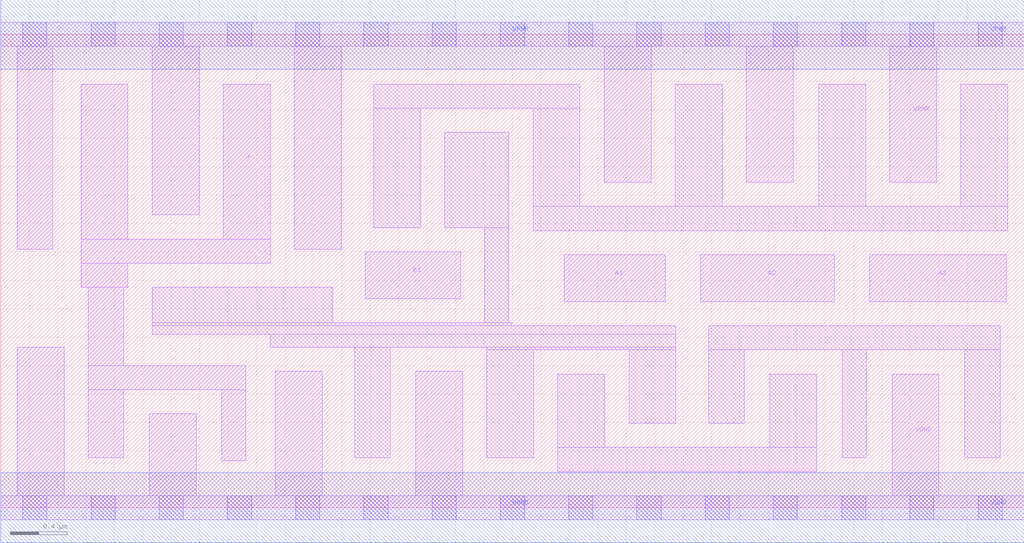
<source format=lef>
# Copyright 2020 The SkyWater PDK Authors
#
# Licensed under the Apache License, Version 2.0 (the "License");
# you may not use this file except in compliance with the License.
# You may obtain a copy of the License at
#
#     https://www.apache.org/licenses/LICENSE-2.0
#
# Unless required by applicable law or agreed to in writing, software
# distributed under the License is distributed on an "AS IS" BASIS,
# WITHOUT WARRANTIES OR CONDITIONS OF ANY KIND, either express or implied.
# See the License for the specific language governing permissions and
# limitations under the License.
#
# SPDX-License-Identifier: Apache-2.0

VERSION 5.7 ;
  NAMESCASESENSITIVE ON ;
  NOWIREEXTENSIONATPIN ON ;
  DIVIDERCHAR "/" ;
  BUSBITCHARS "[]" ;
UNITS
  DATABASE MICRONS 200 ;
END UNITS
MACRO sky130_fd_sc_hs__a31o_4
  CLASS CORE ;
  SOURCE USER ;
  FOREIGN sky130_fd_sc_hs__a31o_4 ;
  ORIGIN  0.000000  0.000000 ;
  SIZE  7.200000 BY  3.330000 ;
  SYMMETRY X Y ;
  SITE unit ;
  PIN A1
    ANTENNAGATEAREA  0.492000 ;
    DIRECTION INPUT ;
    USE SIGNAL ;
    PORT
      LAYER li1 ;
        RECT 3.965000 1.450000 4.675000 1.780000 ;
    END
  END A1
  PIN A2
    ANTENNAGATEAREA  0.492000 ;
    DIRECTION INPUT ;
    USE SIGNAL ;
    PORT
      LAYER li1 ;
        RECT 4.925000 1.450000 5.865000 1.780000 ;
    END
  END A2
  PIN A3
    ANTENNAGATEAREA  0.492000 ;
    DIRECTION INPUT ;
    USE SIGNAL ;
    PORT
      LAYER li1 ;
        RECT 6.115000 1.450000 7.075000 1.780000 ;
    END
  END A3
  PIN B1
    ANTENNAGATEAREA  0.492000 ;
    DIRECTION INPUT ;
    USE SIGNAL ;
    PORT
      LAYER li1 ;
        RECT 2.565000 1.470000 3.235000 1.800000 ;
    END
  END B1
  PIN X
    ANTENNADIFFAREA  1.138200 ;
    DIRECTION OUTPUT ;
    USE SIGNAL ;
    PORT
      LAYER li1 ;
        RECT 0.565000 1.550000 0.895000 1.720000 ;
        RECT 0.565000 1.720000 1.895000 1.890000 ;
        RECT 0.565000 1.890000 0.895000 2.980000 ;
        RECT 0.615000 0.350000 0.865000 0.830000 ;
        RECT 0.615000 0.830000 1.725000 1.000000 ;
        RECT 0.615000 1.000000 0.865000 1.550000 ;
        RECT 1.555000 0.330000 1.725000 0.830000 ;
        RECT 1.565000 1.890000 1.895000 2.980000 ;
    END
  END X
  PIN VGND
    DIRECTION INOUT ;
    USE GROUND ;
    PORT
      LAYER li1 ;
        RECT 0.000000 -0.085000 7.200000 0.085000 ;
        RECT 0.115000  0.085000 0.445000 1.130000 ;
        RECT 1.045000  0.085000 1.375000 0.660000 ;
        RECT 1.930000  0.085000 2.260000 0.960000 ;
        RECT 2.920000  0.085000 3.250000 0.960000 ;
        RECT 6.270000  0.085000 6.600000 0.940000 ;
      LAYER mcon ;
        RECT 0.155000 -0.085000 0.325000 0.085000 ;
        RECT 0.635000 -0.085000 0.805000 0.085000 ;
        RECT 1.115000 -0.085000 1.285000 0.085000 ;
        RECT 1.595000 -0.085000 1.765000 0.085000 ;
        RECT 2.075000 -0.085000 2.245000 0.085000 ;
        RECT 2.555000 -0.085000 2.725000 0.085000 ;
        RECT 3.035000 -0.085000 3.205000 0.085000 ;
        RECT 3.515000 -0.085000 3.685000 0.085000 ;
        RECT 3.995000 -0.085000 4.165000 0.085000 ;
        RECT 4.475000 -0.085000 4.645000 0.085000 ;
        RECT 4.955000 -0.085000 5.125000 0.085000 ;
        RECT 5.435000 -0.085000 5.605000 0.085000 ;
        RECT 5.915000 -0.085000 6.085000 0.085000 ;
        RECT 6.395000 -0.085000 6.565000 0.085000 ;
        RECT 6.875000 -0.085000 7.045000 0.085000 ;
      LAYER met1 ;
        RECT 0.000000 -0.245000 7.200000 0.245000 ;
    END
  END VGND
  PIN VPWR
    DIRECTION INOUT ;
    USE POWER ;
    PORT
      LAYER li1 ;
        RECT 0.000000 3.245000 7.200000 3.415000 ;
        RECT 0.115000 1.820000 0.365000 3.245000 ;
        RECT 1.065000 2.060000 1.395000 3.245000 ;
        RECT 2.065000 1.820000 2.395000 3.245000 ;
        RECT 4.245000 2.290000 4.575000 3.245000 ;
        RECT 5.245000 2.290000 5.575000 3.245000 ;
        RECT 6.255000 2.290000 6.585000 3.245000 ;
      LAYER mcon ;
        RECT 0.155000 3.245000 0.325000 3.415000 ;
        RECT 0.635000 3.245000 0.805000 3.415000 ;
        RECT 1.115000 3.245000 1.285000 3.415000 ;
        RECT 1.595000 3.245000 1.765000 3.415000 ;
        RECT 2.075000 3.245000 2.245000 3.415000 ;
        RECT 2.555000 3.245000 2.725000 3.415000 ;
        RECT 3.035000 3.245000 3.205000 3.415000 ;
        RECT 3.515000 3.245000 3.685000 3.415000 ;
        RECT 3.995000 3.245000 4.165000 3.415000 ;
        RECT 4.475000 3.245000 4.645000 3.415000 ;
        RECT 4.955000 3.245000 5.125000 3.415000 ;
        RECT 5.435000 3.245000 5.605000 3.415000 ;
        RECT 5.915000 3.245000 6.085000 3.415000 ;
        RECT 6.395000 3.245000 6.565000 3.415000 ;
        RECT 6.875000 3.245000 7.045000 3.415000 ;
      LAYER met1 ;
        RECT 0.000000 3.085000 7.200000 3.575000 ;
    END
  END VPWR
  OBS
    LAYER li1 ;
      RECT 1.065000 1.220000 4.750000 1.280000 ;
      RECT 1.065000 1.280000 3.590000 1.300000 ;
      RECT 1.065000 1.300000 2.335000 1.550000 ;
      RECT 1.895000 1.130000 4.750000 1.220000 ;
      RECT 2.490000 0.350000 2.740000 1.130000 ;
      RECT 2.625000 1.970000 2.955000 2.810000 ;
      RECT 2.625000 2.810000 4.075000 2.980000 ;
      RECT 3.125000 1.970000 3.575000 2.640000 ;
      RECT 3.405000 1.300000 3.575000 1.970000 ;
      RECT 3.420000 0.350000 3.750000 1.110000 ;
      RECT 3.420000 1.110000 4.750000 1.130000 ;
      RECT 3.745000 1.950000 7.085000 2.120000 ;
      RECT 3.745000 2.120000 4.075000 2.810000 ;
      RECT 3.920000 0.255000 5.740000 0.425000 ;
      RECT 3.920000 0.425000 4.250000 0.940000 ;
      RECT 4.420000 0.595000 4.750000 1.110000 ;
      RECT 4.745000 2.120000 5.075000 2.980000 ;
      RECT 4.980000 0.595000 5.230000 1.110000 ;
      RECT 4.980000 1.110000 7.030000 1.280000 ;
      RECT 5.410000 0.425000 5.740000 0.940000 ;
      RECT 5.755000 2.120000 6.085000 2.980000 ;
      RECT 5.920000 0.350000 6.090000 1.110000 ;
      RECT 6.755000 2.120000 7.085000 2.980000 ;
      RECT 6.780000 0.350000 7.030000 1.110000 ;
  END
END sky130_fd_sc_hs__a31o_4

</source>
